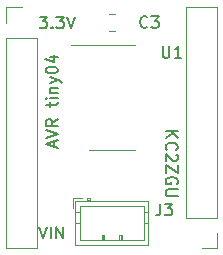
<source format=gbr>
%TF.GenerationSoftware,KiCad,Pcbnew,7.0.6*%
%TF.CreationDate,2023-08-24T15:38:01-04:00*%
%TF.ProjectId,t04mini,7430346d-696e-4692-9e6b-696361645f70,rev?*%
%TF.SameCoordinates,Original*%
%TF.FileFunction,Legend,Top*%
%TF.FilePolarity,Positive*%
%FSLAX46Y46*%
G04 Gerber Fmt 4.6, Leading zero omitted, Abs format (unit mm)*
G04 Created by KiCad (PCBNEW 7.0.6) date 2023-08-24 15:38:01*
%MOMM*%
%LPD*%
G01*
G04 APERTURE LIST*
%ADD10C,0.150000*%
%ADD11C,0.120000*%
G04 APERTURE END LIST*
D10*
X129781541Y-102374819D02*
X130400588Y-102374819D01*
X130400588Y-102374819D02*
X130067255Y-102755771D01*
X130067255Y-102755771D02*
X130210112Y-102755771D01*
X130210112Y-102755771D02*
X130305350Y-102803390D01*
X130305350Y-102803390D02*
X130352969Y-102851009D01*
X130352969Y-102851009D02*
X130400588Y-102946247D01*
X130400588Y-102946247D02*
X130400588Y-103184342D01*
X130400588Y-103184342D02*
X130352969Y-103279580D01*
X130352969Y-103279580D02*
X130305350Y-103327200D01*
X130305350Y-103327200D02*
X130210112Y-103374819D01*
X130210112Y-103374819D02*
X129924398Y-103374819D01*
X129924398Y-103374819D02*
X129829160Y-103327200D01*
X129829160Y-103327200D02*
X129781541Y-103279580D01*
X130829160Y-103279580D02*
X130876779Y-103327200D01*
X130876779Y-103327200D02*
X130829160Y-103374819D01*
X130829160Y-103374819D02*
X130781541Y-103327200D01*
X130781541Y-103327200D02*
X130829160Y-103279580D01*
X130829160Y-103279580D02*
X130829160Y-103374819D01*
X131210112Y-102374819D02*
X131829159Y-102374819D01*
X131829159Y-102374819D02*
X131495826Y-102755771D01*
X131495826Y-102755771D02*
X131638683Y-102755771D01*
X131638683Y-102755771D02*
X131733921Y-102803390D01*
X131733921Y-102803390D02*
X131781540Y-102851009D01*
X131781540Y-102851009D02*
X131829159Y-102946247D01*
X131829159Y-102946247D02*
X131829159Y-103184342D01*
X131829159Y-103184342D02*
X131781540Y-103279580D01*
X131781540Y-103279580D02*
X131733921Y-103327200D01*
X131733921Y-103327200D02*
X131638683Y-103374819D01*
X131638683Y-103374819D02*
X131352969Y-103374819D01*
X131352969Y-103374819D02*
X131257731Y-103327200D01*
X131257731Y-103327200D02*
X131210112Y-103279580D01*
X132114874Y-102374819D02*
X132448207Y-103374819D01*
X132448207Y-103374819D02*
X132781540Y-102374819D01*
X129733922Y-120154819D02*
X130067255Y-121154819D01*
X130067255Y-121154819D02*
X130400588Y-120154819D01*
X130733922Y-121154819D02*
X130733922Y-120154819D01*
X131210112Y-121154819D02*
X131210112Y-120154819D01*
X131210112Y-120154819D02*
X131781540Y-121154819D01*
X131781540Y-121154819D02*
X131781540Y-120154819D01*
X140465180Y-112096779D02*
X141465180Y-112096779D01*
X140465180Y-112668207D02*
X141036609Y-112239636D01*
X141465180Y-112668207D02*
X140893752Y-112096779D01*
X140560419Y-113668207D02*
X140512800Y-113620588D01*
X140512800Y-113620588D02*
X140465180Y-113477731D01*
X140465180Y-113477731D02*
X140465180Y-113382493D01*
X140465180Y-113382493D02*
X140512800Y-113239636D01*
X140512800Y-113239636D02*
X140608038Y-113144398D01*
X140608038Y-113144398D02*
X140703276Y-113096779D01*
X140703276Y-113096779D02*
X140893752Y-113049160D01*
X140893752Y-113049160D02*
X141036609Y-113049160D01*
X141036609Y-113049160D02*
X141227085Y-113096779D01*
X141227085Y-113096779D02*
X141322323Y-113144398D01*
X141322323Y-113144398D02*
X141417561Y-113239636D01*
X141417561Y-113239636D02*
X141465180Y-113382493D01*
X141465180Y-113382493D02*
X141465180Y-113477731D01*
X141465180Y-113477731D02*
X141417561Y-113620588D01*
X141417561Y-113620588D02*
X141369942Y-113668207D01*
X141369942Y-114049160D02*
X141417561Y-114096779D01*
X141417561Y-114096779D02*
X141465180Y-114192017D01*
X141465180Y-114192017D02*
X141465180Y-114430112D01*
X141465180Y-114430112D02*
X141417561Y-114525350D01*
X141417561Y-114525350D02*
X141369942Y-114572969D01*
X141369942Y-114572969D02*
X141274704Y-114620588D01*
X141274704Y-114620588D02*
X141179466Y-114620588D01*
X141179466Y-114620588D02*
X141036609Y-114572969D01*
X141036609Y-114572969D02*
X140465180Y-114001541D01*
X140465180Y-114001541D02*
X140465180Y-114620588D01*
X141465180Y-114953922D02*
X141465180Y-115620588D01*
X141465180Y-115620588D02*
X140465180Y-114953922D01*
X140465180Y-114953922D02*
X140465180Y-115620588D01*
X141417561Y-116525350D02*
X141465180Y-116430112D01*
X141465180Y-116430112D02*
X141465180Y-116287255D01*
X141465180Y-116287255D02*
X141417561Y-116144398D01*
X141417561Y-116144398D02*
X141322323Y-116049160D01*
X141322323Y-116049160D02*
X141227085Y-116001541D01*
X141227085Y-116001541D02*
X141036609Y-115953922D01*
X141036609Y-115953922D02*
X140893752Y-115953922D01*
X140893752Y-115953922D02*
X140703276Y-116001541D01*
X140703276Y-116001541D02*
X140608038Y-116049160D01*
X140608038Y-116049160D02*
X140512800Y-116144398D01*
X140512800Y-116144398D02*
X140465180Y-116287255D01*
X140465180Y-116287255D02*
X140465180Y-116382493D01*
X140465180Y-116382493D02*
X140512800Y-116525350D01*
X140512800Y-116525350D02*
X140560419Y-116572969D01*
X140560419Y-116572969D02*
X140893752Y-116572969D01*
X140893752Y-116572969D02*
X140893752Y-116382493D01*
X141465180Y-117001541D02*
X140655657Y-117001541D01*
X140655657Y-117001541D02*
X140560419Y-117049160D01*
X140560419Y-117049160D02*
X140512800Y-117096779D01*
X140512800Y-117096779D02*
X140465180Y-117192017D01*
X140465180Y-117192017D02*
X140465180Y-117382493D01*
X140465180Y-117382493D02*
X140512800Y-117477731D01*
X140512800Y-117477731D02*
X140560419Y-117525350D01*
X140560419Y-117525350D02*
X140655657Y-117572969D01*
X140655657Y-117572969D02*
X141465180Y-117572969D01*
X131029104Y-113375839D02*
X131029104Y-112899649D01*
X131314819Y-113471077D02*
X130314819Y-113137744D01*
X130314819Y-113137744D02*
X131314819Y-112804411D01*
X130314819Y-112613934D02*
X131314819Y-112280601D01*
X131314819Y-112280601D02*
X130314819Y-111947268D01*
X131314819Y-111042506D02*
X130838628Y-111375839D01*
X131314819Y-111613934D02*
X130314819Y-111613934D01*
X130314819Y-111613934D02*
X130314819Y-111232982D01*
X130314819Y-111232982D02*
X130362438Y-111137744D01*
X130362438Y-111137744D02*
X130410057Y-111090125D01*
X130410057Y-111090125D02*
X130505295Y-111042506D01*
X130505295Y-111042506D02*
X130648152Y-111042506D01*
X130648152Y-111042506D02*
X130743390Y-111090125D01*
X130743390Y-111090125D02*
X130791009Y-111137744D01*
X130791009Y-111137744D02*
X130838628Y-111232982D01*
X130838628Y-111232982D02*
X130838628Y-111613934D01*
X130648152Y-109994886D02*
X130648152Y-109613934D01*
X130314819Y-109852029D02*
X131171961Y-109852029D01*
X131171961Y-109852029D02*
X131267200Y-109804410D01*
X131267200Y-109804410D02*
X131314819Y-109709172D01*
X131314819Y-109709172D02*
X131314819Y-109613934D01*
X131314819Y-109280600D02*
X130648152Y-109280600D01*
X130314819Y-109280600D02*
X130362438Y-109328219D01*
X130362438Y-109328219D02*
X130410057Y-109280600D01*
X130410057Y-109280600D02*
X130362438Y-109232981D01*
X130362438Y-109232981D02*
X130314819Y-109280600D01*
X130314819Y-109280600D02*
X130410057Y-109280600D01*
X130648152Y-108804410D02*
X131314819Y-108804410D01*
X130743390Y-108804410D02*
X130695771Y-108756791D01*
X130695771Y-108756791D02*
X130648152Y-108661553D01*
X130648152Y-108661553D02*
X130648152Y-108518696D01*
X130648152Y-108518696D02*
X130695771Y-108423458D01*
X130695771Y-108423458D02*
X130791009Y-108375839D01*
X130791009Y-108375839D02*
X131314819Y-108375839D01*
X130648152Y-107994886D02*
X131314819Y-107756791D01*
X130648152Y-107518696D02*
X131314819Y-107756791D01*
X131314819Y-107756791D02*
X131552914Y-107852029D01*
X131552914Y-107852029D02*
X131600533Y-107899648D01*
X131600533Y-107899648D02*
X131648152Y-107994886D01*
X130314819Y-106947267D02*
X130314819Y-106852029D01*
X130314819Y-106852029D02*
X130362438Y-106756791D01*
X130362438Y-106756791D02*
X130410057Y-106709172D01*
X130410057Y-106709172D02*
X130505295Y-106661553D01*
X130505295Y-106661553D02*
X130695771Y-106613934D01*
X130695771Y-106613934D02*
X130933866Y-106613934D01*
X130933866Y-106613934D02*
X131124342Y-106661553D01*
X131124342Y-106661553D02*
X131219580Y-106709172D01*
X131219580Y-106709172D02*
X131267200Y-106756791D01*
X131267200Y-106756791D02*
X131314819Y-106852029D01*
X131314819Y-106852029D02*
X131314819Y-106947267D01*
X131314819Y-106947267D02*
X131267200Y-107042505D01*
X131267200Y-107042505D02*
X131219580Y-107090124D01*
X131219580Y-107090124D02*
X131124342Y-107137743D01*
X131124342Y-107137743D02*
X130933866Y-107185362D01*
X130933866Y-107185362D02*
X130695771Y-107185362D01*
X130695771Y-107185362D02*
X130505295Y-107137743D01*
X130505295Y-107137743D02*
X130410057Y-107090124D01*
X130410057Y-107090124D02*
X130362438Y-107042505D01*
X130362438Y-107042505D02*
X130314819Y-106947267D01*
X130648152Y-105756791D02*
X131314819Y-105756791D01*
X130267200Y-105994886D02*
X130981485Y-106232981D01*
X130981485Y-106232981D02*
X130981485Y-105613934D01*
X140208095Y-104864819D02*
X140208095Y-105674342D01*
X140208095Y-105674342D02*
X140255714Y-105769580D01*
X140255714Y-105769580D02*
X140303333Y-105817200D01*
X140303333Y-105817200D02*
X140398571Y-105864819D01*
X140398571Y-105864819D02*
X140589047Y-105864819D01*
X140589047Y-105864819D02*
X140684285Y-105817200D01*
X140684285Y-105817200D02*
X140731904Y-105769580D01*
X140731904Y-105769580D02*
X140779523Y-105674342D01*
X140779523Y-105674342D02*
X140779523Y-104864819D01*
X141779523Y-105864819D02*
X141208095Y-105864819D01*
X141493809Y-105864819D02*
X141493809Y-104864819D01*
X141493809Y-104864819D02*
X141398571Y-105007676D01*
X141398571Y-105007676D02*
X141303333Y-105102914D01*
X141303333Y-105102914D02*
X141208095Y-105150533D01*
X140001666Y-118199819D02*
X140001666Y-118914104D01*
X140001666Y-118914104D02*
X139954047Y-119056961D01*
X139954047Y-119056961D02*
X139858809Y-119152200D01*
X139858809Y-119152200D02*
X139715952Y-119199819D01*
X139715952Y-119199819D02*
X139620714Y-119199819D01*
X140382619Y-118199819D02*
X141001666Y-118199819D01*
X141001666Y-118199819D02*
X140668333Y-118580771D01*
X140668333Y-118580771D02*
X140811190Y-118580771D01*
X140811190Y-118580771D02*
X140906428Y-118628390D01*
X140906428Y-118628390D02*
X140954047Y-118676009D01*
X140954047Y-118676009D02*
X141001666Y-118771247D01*
X141001666Y-118771247D02*
X141001666Y-119009342D01*
X141001666Y-119009342D02*
X140954047Y-119104580D01*
X140954047Y-119104580D02*
X140906428Y-119152200D01*
X140906428Y-119152200D02*
X140811190Y-119199819D01*
X140811190Y-119199819D02*
X140525476Y-119199819D01*
X140525476Y-119199819D02*
X140430238Y-119152200D01*
X140430238Y-119152200D02*
X140382619Y-119104580D01*
X138898333Y-103229580D02*
X138850714Y-103277200D01*
X138850714Y-103277200D02*
X138707857Y-103324819D01*
X138707857Y-103324819D02*
X138612619Y-103324819D01*
X138612619Y-103324819D02*
X138469762Y-103277200D01*
X138469762Y-103277200D02*
X138374524Y-103181961D01*
X138374524Y-103181961D02*
X138326905Y-103086723D01*
X138326905Y-103086723D02*
X138279286Y-102896247D01*
X138279286Y-102896247D02*
X138279286Y-102753390D01*
X138279286Y-102753390D02*
X138326905Y-102562914D01*
X138326905Y-102562914D02*
X138374524Y-102467676D01*
X138374524Y-102467676D02*
X138469762Y-102372438D01*
X138469762Y-102372438D02*
X138612619Y-102324819D01*
X138612619Y-102324819D02*
X138707857Y-102324819D01*
X138707857Y-102324819D02*
X138850714Y-102372438D01*
X138850714Y-102372438D02*
X138898333Y-102420057D01*
X139231667Y-102324819D02*
X139850714Y-102324819D01*
X139850714Y-102324819D02*
X139517381Y-102705771D01*
X139517381Y-102705771D02*
X139660238Y-102705771D01*
X139660238Y-102705771D02*
X139755476Y-102753390D01*
X139755476Y-102753390D02*
X139803095Y-102801009D01*
X139803095Y-102801009D02*
X139850714Y-102896247D01*
X139850714Y-102896247D02*
X139850714Y-103134342D01*
X139850714Y-103134342D02*
X139803095Y-103229580D01*
X139803095Y-103229580D02*
X139755476Y-103277200D01*
X139755476Y-103277200D02*
X139660238Y-103324819D01*
X139660238Y-103324819D02*
X139374524Y-103324819D01*
X139374524Y-103324819D02*
X139279286Y-103277200D01*
X139279286Y-103277200D02*
X139231667Y-103229580D01*
D11*
%TO.C,U1*%
X135890000Y-104785000D02*
X137840000Y-104785000D01*
X135890000Y-113655000D02*
X137840000Y-113655000D01*
X135890000Y-104785000D02*
X132440000Y-104785000D01*
X135890000Y-113655000D02*
X133940000Y-113655000D01*
%TO.C,J3*%
X132780000Y-117970000D02*
X132780000Y-121690000D01*
X132780000Y-121690000D02*
X139000000Y-121690000D01*
X139000000Y-121690000D02*
X139000000Y-117970000D01*
X139000000Y-117970000D02*
X132780000Y-117970000D01*
X134090000Y-117970000D02*
X134090000Y-117770000D01*
X134090000Y-117770000D02*
X133790000Y-117770000D01*
X133790000Y-117770000D02*
X133790000Y-117970000D01*
X134090000Y-117870000D02*
X133790000Y-117870000D01*
X133180000Y-118370000D02*
X133180000Y-121290000D01*
X133180000Y-121290000D02*
X138600000Y-121290000D01*
X138600000Y-121290000D02*
X138600000Y-118370000D01*
X138600000Y-118370000D02*
X133180000Y-118370000D01*
X132780000Y-118880000D02*
X133180000Y-118880000D01*
X132780000Y-119880000D02*
X133180000Y-119880000D01*
X139000000Y-118880000D02*
X138600000Y-118880000D01*
X139000000Y-119880000D02*
X138600000Y-119880000D01*
X135040000Y-121290000D02*
X135040000Y-120890000D01*
X135040000Y-120890000D02*
X135240000Y-120890000D01*
X135240000Y-120890000D02*
X135240000Y-121290000D01*
X135140000Y-121290000D02*
X135140000Y-120890000D01*
X136540000Y-121290000D02*
X136540000Y-120890000D01*
X136540000Y-120890000D02*
X136740000Y-120890000D01*
X136740000Y-120890000D02*
X136740000Y-121290000D01*
X136640000Y-121290000D02*
X136640000Y-120890000D01*
X133380000Y-117770000D02*
X132580000Y-117770000D01*
X132580000Y-117770000D02*
X132580000Y-118570000D01*
%TO.C,J2*%
X144840000Y-119380000D02*
X142180000Y-119380000D01*
X144840000Y-101540000D02*
X142180000Y-101540000D01*
X144840000Y-119380000D02*
X144840000Y-101540000D01*
X144840000Y-120650000D02*
X144840000Y-121980000D01*
X142180000Y-119380000D02*
X142180000Y-101540000D01*
X144840000Y-121980000D02*
X143510000Y-121980000D01*
%TO.C,J1*%
X126940000Y-104140000D02*
X129600000Y-104140000D01*
X126940000Y-121980000D02*
X129600000Y-121980000D01*
X126940000Y-104140000D02*
X126940000Y-121980000D01*
X126940000Y-102870000D02*
X126940000Y-101540000D01*
X129600000Y-104140000D02*
X129600000Y-121980000D01*
X126940000Y-101540000D02*
X128270000Y-101540000D01*
%TO.C,C3*%
X135628748Y-102135000D02*
X136151252Y-102135000D01*
X135628748Y-103605000D02*
X136151252Y-103605000D01*
%TD*%
M02*

</source>
